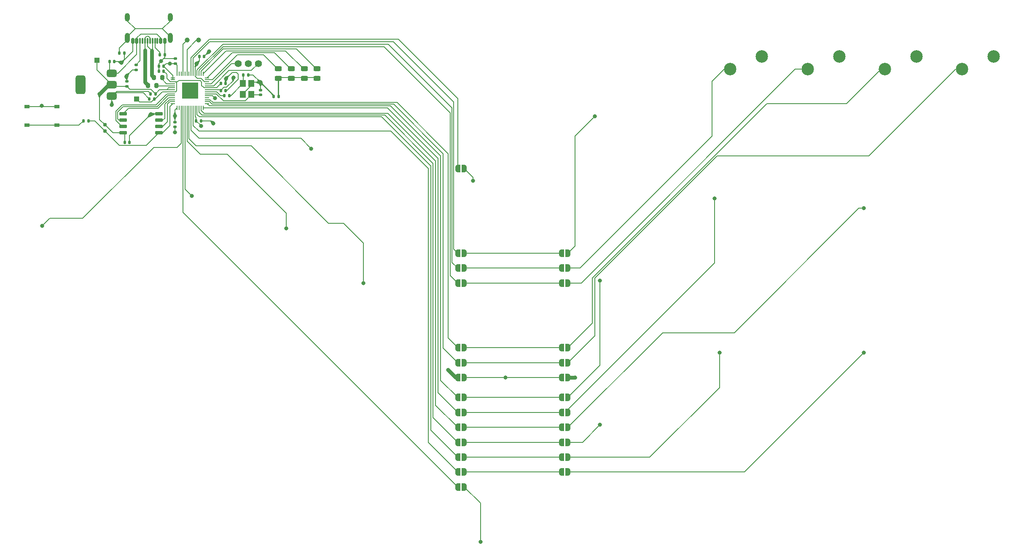
<source format=gtl>
G04 #@! TF.GenerationSoftware,KiCad,Pcbnew,8.0.4*
G04 #@! TF.CreationDate,2024-07-30T01:48:29-07:00*
G04 #@! TF.ProjectId,leverless_controller_3board,6c657665-726c-4657-9373-5f636f6e7472,rev?*
G04 #@! TF.SameCoordinates,Original*
G04 #@! TF.FileFunction,Copper,L1,Top*
G04 #@! TF.FilePolarity,Positive*
%FSLAX46Y46*%
G04 Gerber Fmt 4.6, Leading zero omitted, Abs format (unit mm)*
G04 Created by KiCad (PCBNEW 8.0.4) date 2024-07-30 01:48:29*
%MOMM*%
%LPD*%
G01*
G04 APERTURE LIST*
G04 Aperture macros list*
%AMRoundRect*
0 Rectangle with rounded corners*
0 $1 Rounding radius*
0 $2 $3 $4 $5 $6 $7 $8 $9 X,Y pos of 4 corners*
0 Add a 4 corners polygon primitive as box body*
4,1,4,$2,$3,$4,$5,$6,$7,$8,$9,$2,$3,0*
0 Add four circle primitives for the rounded corners*
1,1,$1+$1,$2,$3*
1,1,$1+$1,$4,$5*
1,1,$1+$1,$6,$7*
1,1,$1+$1,$8,$9*
0 Add four rect primitives between the rounded corners*
20,1,$1+$1,$2,$3,$4,$5,0*
20,1,$1+$1,$4,$5,$6,$7,0*
20,1,$1+$1,$6,$7,$8,$9,0*
20,1,$1+$1,$8,$9,$2,$3,0*%
%AMFreePoly0*
4,1,19,0.500000,-0.750000,0.000000,-0.750000,0.000000,-0.744911,-0.071157,-0.744911,-0.207708,-0.704816,-0.327430,-0.627875,-0.420627,-0.520320,-0.479746,-0.390866,-0.500000,-0.250000,-0.500000,0.250000,-0.479746,0.390866,-0.420627,0.520320,-0.327430,0.627875,-0.207708,0.704816,-0.071157,0.744911,0.000000,0.744911,0.000000,0.750000,0.500000,0.750000,0.500000,-0.750000,0.500000,-0.750000,
$1*%
%AMFreePoly1*
4,1,19,0.000000,0.744911,0.071157,0.744911,0.207708,0.704816,0.327430,0.627875,0.420627,0.520320,0.479746,0.390866,0.500000,0.250000,0.500000,-0.250000,0.479746,-0.390866,0.420627,-0.520320,0.327430,-0.627875,0.207708,-0.704816,0.071157,-0.744911,0.000000,-0.744911,0.000000,-0.750000,-0.500000,-0.750000,-0.500000,0.750000,0.000000,0.750000,0.000000,0.744911,0.000000,0.744911,
$1*%
G04 Aperture macros list end*
G04 #@! TA.AperFunction,ComponentPad*
%ADD10C,0.600000*%
G04 #@! TD*
G04 #@! TA.AperFunction,SMDPad,CuDef*
%ADD11FreePoly0,0.000000*%
G04 #@! TD*
G04 #@! TA.AperFunction,SMDPad,CuDef*
%ADD12FreePoly1,0.000000*%
G04 #@! TD*
G04 #@! TA.AperFunction,SMDPad,CuDef*
%ADD13R,1.200000X1.400000*%
G04 #@! TD*
G04 #@! TA.AperFunction,SMDPad,CuDef*
%ADD14RoundRect,0.243750X0.456250X-0.243750X0.456250X0.243750X-0.456250X0.243750X-0.456250X-0.243750X0*%
G04 #@! TD*
G04 #@! TA.AperFunction,SMDPad,CuDef*
%ADD15RoundRect,0.140000X0.140000X0.170000X-0.140000X0.170000X-0.140000X-0.170000X0.140000X-0.170000X0*%
G04 #@! TD*
G04 #@! TA.AperFunction,ComponentPad*
%ADD16C,2.500000*%
G04 #@! TD*
G04 #@! TA.AperFunction,SMDPad,CuDef*
%ADD17RoundRect,0.140000X-0.140000X-0.170000X0.140000X-0.170000X0.140000X0.170000X-0.140000X0.170000X0*%
G04 #@! TD*
G04 #@! TA.AperFunction,SMDPad,CuDef*
%ADD18R,1.000000X0.750000*%
G04 #@! TD*
G04 #@! TA.AperFunction,SMDPad,CuDef*
%ADD19C,1.000000*%
G04 #@! TD*
G04 #@! TA.AperFunction,SMDPad,CuDef*
%ADD20RoundRect,0.135000X0.135000X0.185000X-0.135000X0.185000X-0.135000X-0.185000X0.135000X-0.185000X0*%
G04 #@! TD*
G04 #@! TA.AperFunction,SMDPad,CuDef*
%ADD21RoundRect,0.135000X-0.135000X-0.185000X0.135000X-0.185000X0.135000X0.185000X-0.135000X0.185000X0*%
G04 #@! TD*
G04 #@! TA.AperFunction,SMDPad,CuDef*
%ADD22RoundRect,0.135000X-0.185000X0.135000X-0.185000X-0.135000X0.185000X-0.135000X0.185000X0.135000X0*%
G04 #@! TD*
G04 #@! TA.AperFunction,SMDPad,CuDef*
%ADD23RoundRect,0.500000X0.500000X1.400000X-0.500000X1.400000X-0.500000X-1.400000X0.500000X-1.400000X0*%
G04 #@! TD*
G04 #@! TA.AperFunction,SMDPad,CuDef*
%ADD24RoundRect,0.375000X0.625000X0.375000X-0.625000X0.375000X-0.625000X-0.375000X0.625000X-0.375000X0*%
G04 #@! TD*
G04 #@! TA.AperFunction,ComponentPad*
%ADD25C,1.400000*%
G04 #@! TD*
G04 #@! TA.AperFunction,SMDPad,CuDef*
%ADD26RoundRect,0.140000X0.170000X-0.140000X0.170000X0.140000X-0.170000X0.140000X-0.170000X-0.140000X0*%
G04 #@! TD*
G04 #@! TA.AperFunction,ComponentPad*
%ADD27R,1.000000X1.000000*%
G04 #@! TD*
G04 #@! TA.AperFunction,SMDPad,CuDef*
%ADD28RoundRect,0.140000X-0.170000X0.140000X-0.170000X-0.140000X0.170000X-0.140000X0.170000X0.140000X0*%
G04 #@! TD*
G04 #@! TA.AperFunction,SMDPad,CuDef*
%ADD29RoundRect,0.200000X-0.200000X-0.275000X0.200000X-0.275000X0.200000X0.275000X-0.200000X0.275000X0*%
G04 #@! TD*
G04 #@! TA.AperFunction,SMDPad,CuDef*
%ADD30RoundRect,0.160000X-0.160000X0.197500X-0.160000X-0.197500X0.160000X-0.197500X0.160000X0.197500X0*%
G04 #@! TD*
G04 #@! TA.AperFunction,SMDPad,CuDef*
%ADD31RoundRect,0.050000X0.050000X-0.387500X0.050000X0.387500X-0.050000X0.387500X-0.050000X-0.387500X0*%
G04 #@! TD*
G04 #@! TA.AperFunction,SMDPad,CuDef*
%ADD32RoundRect,0.050000X0.387500X-0.050000X0.387500X0.050000X-0.387500X0.050000X-0.387500X-0.050000X0*%
G04 #@! TD*
G04 #@! TA.AperFunction,HeatsinkPad*
%ADD33R,3.200000X3.200000*%
G04 #@! TD*
G04 #@! TA.AperFunction,SMDPad,CuDef*
%ADD34RoundRect,0.150000X0.150000X0.420000X-0.150000X0.420000X-0.150000X-0.420000X0.150000X-0.420000X0*%
G04 #@! TD*
G04 #@! TA.AperFunction,SMDPad,CuDef*
%ADD35RoundRect,0.075000X0.075000X0.495000X-0.075000X0.495000X-0.075000X-0.495000X0.075000X-0.495000X0*%
G04 #@! TD*
G04 #@! TA.AperFunction,ComponentPad*
%ADD36O,1.000000X2.000000*%
G04 #@! TD*
G04 #@! TA.AperFunction,ComponentPad*
%ADD37O,1.000000X1.700000*%
G04 #@! TD*
G04 #@! TA.AperFunction,SMDPad,CuDef*
%ADD38RoundRect,0.150000X0.650000X0.150000X-0.650000X0.150000X-0.650000X-0.150000X0.650000X-0.150000X0*%
G04 #@! TD*
G04 #@! TA.AperFunction,ViaPad*
%ADD39C,0.800000*%
G04 #@! TD*
G04 #@! TA.AperFunction,Conductor*
%ADD40C,0.200000*%
G04 #@! TD*
G04 #@! TA.AperFunction,Conductor*
%ADD41C,0.150000*%
G04 #@! TD*
G04 #@! TA.AperFunction,Conductor*
%ADD42C,0.250000*%
G04 #@! TD*
G04 #@! TA.AperFunction,Conductor*
%ADD43C,0.800000*%
G04 #@! TD*
G04 #@! TA.AperFunction,Conductor*
%ADD44C,0.300000*%
G04 #@! TD*
G04 APERTURE END LIST*
D10*
G04 #@! TO.P,,57,GND*
G04 #@! TO.N,GND*
X83700000Y-36840000D03*
G04 #@! TD*
D11*
G04 #@! TO.P,JP1,1,A*
G04 #@! TO.N,GND*
X138430000Y-94500000D03*
D12*
G04 #@! TO.P,JP1,2,B*
X139730000Y-94500000D03*
G04 #@! TD*
D13*
G04 #@! TO.P,Y1,1,1*
G04 #@! TO.N,/Main/XIN*
X96996000Y-37630000D03*
G04 #@! TO.P,Y1,2,2*
G04 #@! TO.N,GND*
X96996000Y-35430000D03*
G04 #@! TO.P,Y1,3,3*
G04 #@! TO.N,Net-(C4-Pad2)*
X95296000Y-35430000D03*
G04 #@! TO.P,Y1,4,4*
G04 #@! TO.N,GND*
X95296000Y-37630000D03*
G04 #@! TD*
D14*
G04 #@! TO.P,D4,1,K*
G04 #@! TO.N,Net-(D1-K)*
X110190000Y-34350000D03*
G04 #@! TO.P,D4,2,A*
G04 #@! TO.N,/Main/P4*
X110190000Y-32475000D03*
G04 #@! TD*
D15*
G04 #@! TO.P,C9,1*
G04 #@! TO.N,+1V1*
X77480000Y-38500000D03*
G04 #@! TO.P,C9,2*
G04 #@! TO.N,GND*
X76520000Y-38500000D03*
G04 #@! TD*
D10*
G04 #@! TO.P,,57,GND*
G04 #@! TO.N,GND*
X85732000Y-36840000D03*
G04 #@! TD*
D15*
G04 #@! TO.P,C7,1*
G04 #@! TO.N,+3.3V*
X79360000Y-31930000D03*
G04 #@! TO.P,C7,2*
G04 #@! TO.N,GND*
X78400000Y-31930000D03*
G04 #@! TD*
D14*
G04 #@! TO.P,D2,1,K*
G04 #@! TO.N,Net-(D1-K)*
X105010000Y-34350000D03*
G04 #@! TO.P,D2,2,A*
G04 #@! TO.N,/Main/P2*
X105010000Y-32475000D03*
G04 #@! TD*
D16*
G04 #@! TO.P,SW11_START1,1,1*
G04 #@! TO.N,/Buttons/S2*
X193190000Y-32540000D03*
G04 #@! TO.P,SW11_START1,2,2*
G04 #@! TO.N,GND*
X199540000Y-30000000D03*
G04 #@! TD*
D17*
G04 #@! TO.P,C8,1*
G04 #@! TO.N,+1V1*
X90840000Y-35430000D03*
G04 #@! TO.P,C8,2*
G04 #@! TO.N,GND*
X91800000Y-35430000D03*
G04 #@! TD*
D18*
G04 #@! TO.P,SW1,1,1*
G04 #@! TO.N,GND*
X51905000Y-40055000D03*
X57905000Y-40055000D03*
G04 #@! TO.P,SW1,2,2*
G04 #@! TO.N,Net-(R5-Pad1)*
X51905000Y-43805000D03*
X57905000Y-43805000D03*
G04 #@! TD*
D11*
G04 #@! TO.P,JP18,1,A*
G04 #@! TO.N,Net-(JP11-B)*
X159275000Y-113500000D03*
D12*
G04 #@! TO.P,JP18,2,B*
G04 #@! TO.N,/Buttons/R2*
X160575000Y-113500000D03*
G04 #@! TD*
D11*
G04 #@! TO.P,JP9,1,A*
G04 #@! TO.N,/Main/L3*
X138430000Y-52500000D03*
D12*
G04 #@! TO.P,JP9,2,B*
G04 #@! TO.N,/Buttons/L3*
X139730000Y-52500000D03*
G04 #@! TD*
D10*
G04 #@! TO.P,,57,GND*
G04 #@! TO.N,GND*
X85732000Y-35824000D03*
G04 #@! TD*
D19*
G04 #@! TO.P,TP4,1,1*
G04 #@! TO.N,Net-(U1-GPIO27_ADC1)*
X84100000Y-26700000D03*
G04 #@! TD*
D10*
G04 #@! TO.P,,57,GND*
G04 #@! TO.N,GND*
X85732000Y-37856000D03*
G04 #@! TD*
D20*
G04 #@! TO.P,R4,1*
G04 #@! TO.N,Net-(C4-Pad2)*
X92590000Y-37856000D03*
G04 #@! TO.P,R4,2*
G04 #@! TO.N,/Main/XOUT*
X91570000Y-37856000D03*
G04 #@! TD*
D14*
G04 #@! TO.P,D1,1,K*
G04 #@! TO.N,Net-(D1-K)*
X102420000Y-34350000D03*
G04 #@! TO.P,D1,2,A*
G04 #@! TO.N,/Main/P1*
X102420000Y-32475000D03*
G04 #@! TD*
D11*
G04 #@! TO.P,JP24,1,A*
G04 #@! TO.N,Net-(JP24-A)*
X159275000Y-91500000D03*
D12*
G04 #@! TO.P,JP24,2,B*
G04 #@! TO.N,/Buttons/A2*
X160575000Y-91500000D03*
G04 #@! TD*
D17*
G04 #@! TO.P,C15,1*
G04 #@! TO.N,+3.3V*
X86520000Y-30000000D03*
G04 #@! TO.P,C15,2*
G04 #@! TO.N,GND*
X87480000Y-30000000D03*
G04 #@! TD*
D11*
G04 #@! TO.P,JP5,1,A*
G04 #@! TO.N,/Main/A2*
X138430000Y-91500000D03*
D12*
G04 #@! TO.P,JP5,2,B*
G04 #@! TO.N,Net-(JP24-A)*
X139730000Y-91500000D03*
G04 #@! TD*
D21*
G04 #@! TO.P,R5,1*
G04 #@! TO.N,Net-(R5-Pad1)*
X63251000Y-42936000D03*
G04 #@! TO.P,R5,2*
G04 #@! TO.N,/Main/QSPI_SS*
X64271000Y-42936000D03*
G04 #@! TD*
D11*
G04 #@! TO.P,JP7,1,A*
G04 #@! TO.N,/Main/R1*
X138430000Y-104500000D03*
D12*
G04 #@! TO.P,JP7,2,B*
G04 #@! TO.N,Net-(JP26-A)*
X139730000Y-104500000D03*
G04 #@! TD*
D22*
G04 #@! TO.P,R2,1*
G04 #@! TO.N,Net-(J1-CC2)*
X73822000Y-31668000D03*
G04 #@! TO.P,R2,2*
G04 #@! TO.N,GND*
X73822000Y-32688000D03*
G04 #@! TD*
D23*
G04 #@! TO.P,U2,*
G04 #@! TO.N,*
X62672000Y-35678000D03*
D24*
G04 #@! TO.P,U2,1,GND*
G04 #@! TO.N,GND*
X68972000Y-37978000D03*
G04 #@! TO.P,U2,2,VO*
G04 #@! TO.N,+3.3V*
X68972000Y-35678000D03*
G04 #@! TO.P,U2,3,VI*
G04 #@! TO.N,VBUS*
X68972000Y-33378000D03*
G04 #@! TD*
D25*
G04 #@! TO.P,J2,1,Pin_1*
G04 #@! TO.N,/Main/SWCLK*
X98380000Y-31430000D03*
G04 #@! TO.P,J2,2,Pin_2*
G04 #@! TO.N,GND*
X96380000Y-31430000D03*
G04 #@! TO.P,J2,3,Pin_3*
G04 #@! TO.N,/Main/SWDIO*
X94380000Y-31430000D03*
G04 #@! TD*
D11*
G04 #@! TO.P,JP4,1,A*
G04 #@! TO.N,/Main/A1*
X138430000Y-88500000D03*
D12*
G04 #@! TO.P,JP4,2,B*
G04 #@! TO.N,Net-(JP23-A)*
X139730000Y-88500000D03*
G04 #@! TD*
D26*
G04 #@! TO.P,C11,1*
G04 #@! TO.N,+3.3V*
X81700000Y-31380000D03*
G04 #@! TO.P,C11,2*
G04 #@! TO.N,GND*
X81700000Y-30420000D03*
G04 #@! TD*
D15*
G04 #@! TO.P,C10,1*
G04 #@! TO.N,+3.3V*
X77730000Y-37500000D03*
G04 #@! TO.P,C10,2*
G04 #@! TO.N,GND*
X76770000Y-37500000D03*
G04 #@! TD*
G04 #@! TO.P,C6,1*
G04 #@! TO.N,+1V1*
X79360000Y-32930000D03*
G04 #@! TO.P,C6,2*
G04 #@! TO.N,GND*
X78400000Y-32930000D03*
G04 #@! TD*
D27*
G04 #@! TO.P,TP1,1,1*
G04 #@! TO.N,+3.3V*
X66000000Y-30750000D03*
G04 #@! TD*
D19*
G04 #@! TO.P,TP3,1,1*
G04 #@! TO.N,Net-(U1-GPIO25)*
X86400000Y-26700000D03*
G04 #@! TD*
D27*
G04 #@! TO.P,TP2,1,1*
G04 #@! TO.N,+1V1*
X73900000Y-38500000D03*
G04 #@! TD*
D28*
G04 #@! TO.P,C12,1*
G04 #@! TO.N,+3.3V*
X81630000Y-43200000D03*
G04 #@! TO.P,C12,2*
G04 #@! TO.N,GND*
X81630000Y-44160000D03*
G04 #@! TD*
G04 #@! TO.P,C3,1*
G04 #@! TO.N,GND*
X98852000Y-36728000D03*
G04 #@! TO.P,C3,2*
G04 #@! TO.N,/Main/XIN*
X98852000Y-37688000D03*
G04 #@! TD*
D11*
G04 #@! TO.P,JP22,1,A*
G04 #@! TO.N,Net-(JP22-A)*
X159275000Y-75500000D03*
D12*
G04 #@! TO.P,JP22,2,B*
G04 #@! TO.N,/Buttons/S1*
X160575000Y-75500000D03*
G04 #@! TD*
D11*
G04 #@! TO.P,JP11,1,A*
G04 #@! TO.N,/Main/R2*
X138430000Y-113500000D03*
D12*
G04 #@! TO.P,JP11,2,B*
G04 #@! TO.N,Net-(JP11-B)*
X139730000Y-113500000D03*
G04 #@! TD*
D10*
G04 #@! TO.P,,57,GND*
G04 #@! TO.N,GND*
X84716000Y-37856000D03*
G04 #@! TD*
D11*
G04 #@! TO.P,JP8,1,A*
G04 #@! TO.N,/Main/B4*
X138430000Y-101500000D03*
D12*
G04 #@! TO.P,JP8,2,B*
G04 #@! TO.N,Net-(JP27-A)*
X139730000Y-101500000D03*
G04 #@! TD*
D29*
G04 #@! TO.P,R7,1*
G04 #@! TO.N,/Main/D-*
X77425000Y-34250000D03*
G04 #@! TO.P,R7,2*
G04 #@! TO.N,Net-(U1-USB_DM)*
X79075000Y-34250000D03*
G04 #@! TD*
D10*
G04 #@! TO.P,,57,GND*
G04 #@! TO.N,GND*
X84716000Y-35824000D03*
G04 #@! TD*
D11*
G04 #@! TO.P,JP27,1,A*
G04 #@! TO.N,Net-(JP27-A)*
X159275000Y-101500000D03*
D12*
G04 #@! TO.P,JP27,2,B*
G04 #@! TO.N,/Buttons/B4*
X160575000Y-101500000D03*
G04 #@! TD*
D30*
G04 #@! TO.P,R6,1*
G04 #@! TO.N,+3.3V*
X67571000Y-43735500D03*
G04 #@! TO.P,R6,2*
G04 #@! TO.N,/Main/QSPI_SS*
X67571000Y-44930500D03*
G04 #@! TD*
D11*
G04 #@! TO.P,JP12,1,A*
G04 #@! TO.N,/Main/B2*
X138430000Y-110500000D03*
D12*
G04 #@! TO.P,JP12,2,B*
G04 #@! TO.N,Net-(JP12-B)*
X139730000Y-110500000D03*
G04 #@! TD*
D10*
G04 #@! TO.P,,57,GND*
G04 #@! TO.N,GND*
X84716000Y-36840000D03*
G04 #@! TD*
D11*
G04 #@! TO.P,JP20,1,A*
G04 #@! TO.N,Net-(JP13-B)*
X159275000Y-107500000D03*
D12*
G04 #@! TO.P,JP20,2,B*
G04 #@! TO.N,/Buttons/B1*
X160575000Y-107500000D03*
G04 #@! TD*
D11*
G04 #@! TO.P,JP21,1,A*
G04 #@! TO.N,Net-(JP2-B)*
X159275000Y-72500000D03*
D12*
G04 #@! TO.P,JP21,2,B*
G04 #@! TO.N,/Buttons/S2*
X160575000Y-72500000D03*
G04 #@! TD*
D11*
G04 #@! TO.P,JP23,1,A*
G04 #@! TO.N,Net-(JP23-A)*
X159275000Y-88500000D03*
D12*
G04 #@! TO.P,JP23,2,B*
G04 #@! TO.N,/Buttons/A1*
X160575000Y-88500000D03*
G04 #@! TD*
D17*
G04 #@! TO.P,C5,1*
G04 #@! TO.N,+3.3V*
X71536000Y-47254000D03*
G04 #@! TO.P,C5,2*
G04 #@! TO.N,GND*
X72496000Y-47254000D03*
G04 #@! TD*
D11*
G04 #@! TO.P,JP25,1,A*
G04 #@! TO.N,Net-(JP25-A)*
X159275000Y-69500000D03*
D12*
G04 #@! TO.P,JP25,2,B*
G04 #@! TO.N,/Buttons/L1*
X160575000Y-69500000D03*
G04 #@! TD*
D14*
G04 #@! TO.P,D3,1,K*
G04 #@! TO.N,Net-(D1-K)*
X107600000Y-34350000D03*
G04 #@! TO.P,D3,2,A*
G04 #@! TO.N,/Main/P3*
X107600000Y-32475000D03*
G04 #@! TD*
D11*
G04 #@! TO.P,JP13,1,A*
G04 #@! TO.N,/Main/B1*
X138430000Y-107500000D03*
D12*
G04 #@! TO.P,JP13,2,B*
G04 #@! TO.N,Net-(JP13-B)*
X139730000Y-107500000D03*
G04 #@! TD*
D17*
G04 #@! TO.P,C13,1*
G04 #@! TO.N,+3.3V*
X85900000Y-42930000D03*
G04 #@! TO.P,C13,2*
G04 #@! TO.N,GND*
X86860000Y-42930000D03*
G04 #@! TD*
D31*
G04 #@! TO.P,U1,1,IOVDD*
G04 #@! TO.N,+3.3V*
X82078000Y-40315500D03*
G04 #@! TO.P,U1,2,GPIO0*
G04 #@! TO.N,unconnected-(U1-GPIO0-Pad2)*
X82478000Y-40315500D03*
G04 #@! TO.P,U1,3,GPIO1*
G04 #@! TO.N,L2*
X82878000Y-40315500D03*
G04 #@! TO.P,U1,4,GPIO2*
G04 #@! TO.N,/Main/SPACE*
X83278000Y-40315500D03*
G04 #@! TO.P,U1,5,GPIO3*
G04 #@! TO.N,LEFT*
X83678000Y-40315500D03*
G04 #@! TO.P,U1,6,GPIO4*
G04 #@! TO.N,DOWN*
X84078000Y-40315500D03*
G04 #@! TO.P,U1,7,GPIO5*
G04 #@! TO.N,RIGHT*
X84478000Y-40315500D03*
G04 #@! TO.P,U1,8,GPIO6*
G04 #@! TO.N,W*
X84878000Y-40315500D03*
G04 #@! TO.P,U1,9,GPIO7*
G04 #@! TO.N,/Main/R2*
X85278000Y-40315500D03*
G04 #@! TO.P,U1,10,IOVDD*
G04 #@! TO.N,+3.3V*
X85678000Y-40315500D03*
G04 #@! TO.P,U1,11,GPIO8*
G04 #@! TO.N,/Main/B2*
X86078000Y-40315500D03*
G04 #@! TO.P,U1,12,GPIO9*
G04 #@! TO.N,/Main/B1*
X86478000Y-40315500D03*
G04 #@! TO.P,U1,13,GPIO10*
G04 #@! TO.N,/Main/R1*
X86878000Y-40315500D03*
G04 #@! TO.P,U1,14,GPIO11*
G04 #@! TO.N,/Main/B4*
X87278000Y-40315500D03*
D32*
G04 #@! TO.P,U1,15,GPIO12*
G04 #@! TO.N,/Main/B3*
X88115500Y-39478000D03*
G04 #@! TO.P,U1,16,GPIO13*
G04 #@! TO.N,/Main/A2*
X88115500Y-39078000D03*
G04 #@! TO.P,U1,17,GPIO14*
G04 #@! TO.N,/Main/A1*
X88115500Y-38678000D03*
G04 #@! TO.P,U1,18,GPIO15*
G04 #@! TO.N,unconnected-(U1-GPIO15-Pad18)*
X88115500Y-38278000D03*
G04 #@! TO.P,U1,19,TESTEN*
G04 #@! TO.N,GND*
X88115500Y-37878000D03*
G04 #@! TO.P,U1,20,XIN*
G04 #@! TO.N,/Main/XIN*
X88115500Y-37478000D03*
G04 #@! TO.P,U1,21,XOUT*
G04 #@! TO.N,/Main/XOUT*
X88115500Y-37078000D03*
G04 #@! TO.P,U1,22,IOVDD*
G04 #@! TO.N,+3.3V*
X88115500Y-36678000D03*
G04 #@! TO.P,U1,23,DVDD*
G04 #@! TO.N,+1V1*
X88115500Y-36278000D03*
G04 #@! TO.P,U1,24,SWCLK*
G04 #@! TO.N,/Main/SWCLK*
X88115500Y-35878000D03*
G04 #@! TO.P,U1,25,SWD*
G04 #@! TO.N,/Main/SWDIO*
X88115500Y-35478000D03*
G04 #@! TO.P,U1,26,RUN*
G04 #@! TO.N,+3.3V*
X88115500Y-35078000D03*
G04 #@! TO.P,U1,27,GPIO16*
G04 #@! TO.N,/Main/P1*
X88115500Y-34678000D03*
G04 #@! TO.P,U1,28,GPIO17*
G04 #@! TO.N,/Main/P2*
X88115500Y-34278000D03*
D31*
G04 #@! TO.P,U1,29,GPIO18*
G04 #@! TO.N,/Main/P3*
X87278000Y-33440500D03*
G04 #@! TO.P,U1,30,GPIO19*
G04 #@! TO.N,/Main/P4*
X86878000Y-33440500D03*
G04 #@! TO.P,U1,31,GPIO20*
G04 #@! TO.N,/Main/S1*
X86478000Y-33440500D03*
G04 #@! TO.P,U1,32,GPIO21*
G04 #@! TO.N,/Main/S2*
X86078000Y-33440500D03*
G04 #@! TO.P,U1,33,IOVDD*
G04 #@! TO.N,+3.3V*
X85678000Y-33440500D03*
G04 #@! TO.P,U1,34,GPIO22*
G04 #@! TO.N,/Main/L1*
X85278000Y-33440500D03*
G04 #@! TO.P,U1,35,GPIO23*
G04 #@! TO.N,/Main/L3*
X84878000Y-33440500D03*
G04 #@! TO.P,U1,36,GPIO24*
G04 #@! TO.N,unconnected-(U1-GPIO24-Pad36)*
X84478000Y-33440500D03*
G04 #@! TO.P,U1,37,GPIO25*
G04 #@! TO.N,Net-(U1-GPIO25)*
X84078000Y-33440500D03*
G04 #@! TO.P,U1,38,GPIO26_ADC0*
G04 #@! TO.N,unconnected-(U1-GPIO26_ADC0-Pad38)*
X83678000Y-33440500D03*
G04 #@! TO.P,U1,39,GPIO27_ADC1*
G04 #@! TO.N,Net-(U1-GPIO27_ADC1)*
X83278000Y-33440500D03*
G04 #@! TO.P,U1,40,GPIO28_ADC2*
G04 #@! TO.N,unconnected-(U1-GPIO28_ADC2-Pad40)*
X82878000Y-33440500D03*
G04 #@! TO.P,U1,41,GPIO29_ADC3*
G04 #@! TO.N,unconnected-(U1-GPIO29_ADC3-Pad41)*
X82478000Y-33440500D03*
G04 #@! TO.P,U1,42,IOVDD*
G04 #@! TO.N,+3.3V*
X82078000Y-33440500D03*
D32*
G04 #@! TO.P,U1,43,ADC_AVDD*
X81240500Y-34278000D03*
G04 #@! TO.P,U1,44,VREG_IN*
X81240500Y-34678000D03*
G04 #@! TO.P,U1,45,VREG_VOUT*
G04 #@! TO.N,+1V1*
X81240500Y-35078000D03*
G04 #@! TO.P,U1,46,USB_DM*
G04 #@! TO.N,Net-(U1-USB_DM)*
X81240500Y-35478000D03*
G04 #@! TO.P,U1,47,USB_DP*
G04 #@! TO.N,Net-(U1-USB_DP)*
X81240500Y-35878000D03*
G04 #@! TO.P,U1,48,USB_VDD*
G04 #@! TO.N,+3.3V*
X81240500Y-36278000D03*
G04 #@! TO.P,U1,49,IOVDD*
X81240500Y-36678000D03*
G04 #@! TO.P,U1,50,DVDD*
G04 #@! TO.N,+1V1*
X81240500Y-37078000D03*
G04 #@! TO.P,U1,51,QSPI_SD3*
G04 #@! TO.N,/Main/QSPI_SD3*
X81240500Y-37478000D03*
G04 #@! TO.P,U1,52,QSPI_SCLK*
G04 #@! TO.N,/Main/QSPI_SCLK*
X81240500Y-37878000D03*
G04 #@! TO.P,U1,53,QSPI_SD0*
G04 #@! TO.N,/Main/QSPI_SD0*
X81240500Y-38278000D03*
G04 #@! TO.P,U1,54,QSPI_SD2*
G04 #@! TO.N,/Main/QSPI_SD2*
X81240500Y-38678000D03*
G04 #@! TO.P,U1,55,QSPI_SD1*
G04 #@! TO.N,/Main/QSPI_SD1*
X81240500Y-39078000D03*
G04 #@! TO.P,U1,56,QSPI_SS*
G04 #@! TO.N,/Main/QSPI_SS*
X81240500Y-39478000D03*
D33*
G04 #@! TO.P,U1,57,GND*
G04 #@! TO.N,GND*
X84678000Y-36878000D03*
G04 #@! TD*
D11*
G04 #@! TO.P,JP6,1,A*
G04 #@! TO.N,/Main/L1*
X138430000Y-69500000D03*
D12*
G04 #@! TO.P,JP6,2,B*
G04 #@! TO.N,Net-(JP25-A)*
X139730000Y-69500000D03*
G04 #@! TD*
D34*
G04 #@! TO.P,J1,A1,GND*
G04 #@! TO.N,GND*
X79580000Y-26865000D03*
G04 #@! TO.P,J1,A4,VBUS*
G04 #@! TO.N,VBUS*
X78780000Y-26865000D03*
D35*
G04 #@! TO.P,J1,A5,CC1*
G04 #@! TO.N,Net-(J1-CC1)*
X77630000Y-26865000D03*
G04 #@! TO.P,J1,A6,D+*
G04 #@! TO.N,/Main/D+*
X76630000Y-26865000D03*
G04 #@! TO.P,J1,A7,D-*
G04 #@! TO.N,/Main/D-*
X76130000Y-26865000D03*
G04 #@! TO.P,J1,A8,SBU1*
G04 #@! TO.N,unconnected-(J1-SBU1-PadA8)*
X75130000Y-26865000D03*
D34*
G04 #@! TO.P,J1,A9,VBUS*
G04 #@! TO.N,VBUS*
X73980000Y-26865000D03*
G04 #@! TO.P,J1,A12,GND*
G04 #@! TO.N,GND*
X73180000Y-26865000D03*
G04 #@! TO.P,J1,B1,GND*
X73180000Y-26865000D03*
G04 #@! TO.P,J1,B4,VBUS*
G04 #@! TO.N,VBUS*
X73980000Y-26865000D03*
D35*
G04 #@! TO.P,J1,B5,CC2*
G04 #@! TO.N,Net-(J1-CC2)*
X74630000Y-26865000D03*
G04 #@! TO.P,J1,B6,D+*
G04 #@! TO.N,/Main/D+*
X75630000Y-26865000D03*
G04 #@! TO.P,J1,B7,D-*
G04 #@! TO.N,/Main/D-*
X77130000Y-26865000D03*
G04 #@! TO.P,J1,B8,SBU2*
G04 #@! TO.N,unconnected-(J1-SBU2-PadB8)*
X78130000Y-26865000D03*
D34*
G04 #@! TO.P,J1,B9,VBUS*
G04 #@! TO.N,VBUS*
X78780000Y-26865000D03*
G04 #@! TO.P,J1,B12,GND*
G04 #@! TO.N,GND*
X79580000Y-26865000D03*
D36*
G04 #@! TO.P,J1,S1,SHIELD*
G04 #@! TO.N,Net-(J1-SHIELD)*
X80700000Y-26295000D03*
D37*
X80700000Y-22100000D03*
D36*
X72060000Y-26295000D03*
D37*
X72060000Y-22100000D03*
G04 #@! TD*
D17*
G04 #@! TO.P,C14,1*
G04 #@! TO.N,+3.3V*
X90840000Y-36840000D03*
G04 #@! TO.P,C14,2*
G04 #@! TO.N,GND*
X91800000Y-36840000D03*
G04 #@! TD*
D11*
G04 #@! TO.P,JP26,1,A*
G04 #@! TO.N,Net-(JP26-A)*
X159275000Y-104500000D03*
D12*
G04 #@! TO.P,JP26,2,B*
G04 #@! TO.N,/Buttons/R1*
X160575000Y-104500000D03*
G04 #@! TD*
D21*
G04 #@! TO.P,R3,1*
G04 #@! TO.N,Net-(J1-CC1)*
X78620000Y-29680000D03*
G04 #@! TO.P,R3,2*
G04 #@! TO.N,GND*
X79640000Y-29680000D03*
G04 #@! TD*
D29*
G04 #@! TO.P,R8,1*
G04 #@! TO.N,/Main/D+*
X76250000Y-35800000D03*
G04 #@! TO.P,R8,2*
G04 #@! TO.N,Net-(U1-USB_DP)*
X77900000Y-35800000D03*
G04 #@! TD*
D11*
G04 #@! TO.P,JP2,1,A*
G04 #@! TO.N,/Main/S2*
X138430000Y-72500000D03*
D12*
G04 #@! TO.P,JP2,2,B*
G04 #@! TO.N,Net-(JP2-B)*
X139730000Y-72500000D03*
G04 #@! TD*
D38*
G04 #@! TO.P,U3,1,~{CS}*
G04 #@! TO.N,/Main/QSPI_SS*
X78410000Y-45349000D03*
G04 #@! TO.P,U3,2,DO(IO1)*
G04 #@! TO.N,/Main/QSPI_SD1*
X78410000Y-44079000D03*
G04 #@! TO.P,U3,3,IO2*
G04 #@! TO.N,/Main/QSPI_SD2*
X78410000Y-42809000D03*
G04 #@! TO.P,U3,4,GND*
G04 #@! TO.N,GND*
X78410000Y-41539000D03*
G04 #@! TO.P,U3,5,DI(IO0)*
G04 #@! TO.N,/Main/QSPI_SD0*
X71210000Y-41539000D03*
G04 #@! TO.P,U3,6,CLK*
G04 #@! TO.N,/Main/QSPI_SCLK*
X71210000Y-42809000D03*
G04 #@! TO.P,U3,7,IO3*
G04 #@! TO.N,/Main/QSPI_SD3*
X71210000Y-44079000D03*
G04 #@! TO.P,U3,8,VCC*
G04 #@! TO.N,+3.3V*
X71210000Y-45349000D03*
G04 #@! TD*
D11*
G04 #@! TO.P,JP19,1,A*
G04 #@! TO.N,Net-(JP12-B)*
X159275000Y-110500000D03*
D12*
G04 #@! TO.P,JP19,2,B*
G04 #@! TO.N,/Buttons/B2*
X160575000Y-110500000D03*
G04 #@! TD*
D16*
G04 #@! TO.P,SW10_SHARE1,1,1*
G04 #@! TO.N,/Buttons/S1*
X208690000Y-32540000D03*
G04 #@! TO.P,SW10_SHARE1,2,2*
G04 #@! TO.N,GND*
X215040000Y-30000000D03*
G04 #@! TD*
D20*
G04 #@! TO.P,R9,1*
G04 #@! TO.N,Net-(D1-K)*
X102510000Y-38000000D03*
G04 #@! TO.P,R9,2*
G04 #@! TO.N,GND*
X101490000Y-38000000D03*
G04 #@! TD*
D10*
G04 #@! TO.P,,57,GND*
G04 #@! TO.N,GND*
X83700000Y-37856000D03*
G04 #@! TD*
D17*
G04 #@! TO.P,C1,1*
G04 #@! TO.N,VBUS*
X68520000Y-31000000D03*
G04 #@! TO.P,C1,2*
G04 #@! TO.N,GND*
X69480000Y-31000000D03*
G04 #@! TD*
D11*
G04 #@! TO.P,JP14,1,A*
G04 #@! TO.N,/Main/SPACE*
X138430000Y-116500000D03*
D12*
G04 #@! TO.P,JP14,2,B*
G04 #@! TO.N,/Buttons/SPACE*
X139730000Y-116500000D03*
G04 #@! TD*
D11*
G04 #@! TO.P,JP17,1,A*
G04 #@! TO.N,Net-(JP10-B)*
X159275000Y-98500000D03*
D12*
G04 #@! TO.P,JP17,2,B*
G04 #@! TO.N,/Buttons/B3*
X160575000Y-98500000D03*
G04 #@! TD*
D10*
G04 #@! TO.P,,57,GND*
G04 #@! TO.N,GND*
X83700000Y-35824000D03*
G04 #@! TD*
D11*
G04 #@! TO.P,JP10,1,A*
G04 #@! TO.N,/Main/B3*
X138430000Y-98500000D03*
D12*
G04 #@! TO.P,JP10,2,B*
G04 #@! TO.N,Net-(JP10-B)*
X139730000Y-98500000D03*
G04 #@! TD*
D11*
G04 #@! TO.P,JP3,1,A*
G04 #@! TO.N,/Main/S1*
X138430000Y-75500000D03*
D12*
G04 #@! TO.P,JP3,2,B*
G04 #@! TO.N,Net-(JP22-A)*
X139730000Y-75500000D03*
G04 #@! TD*
D11*
G04 #@! TO.P,JP15,1,A*
G04 #@! TO.N,GND*
X159275000Y-94500000D03*
D12*
G04 #@! TO.P,JP15,2,B*
X160575000Y-94500000D03*
G04 #@! TD*
D26*
G04 #@! TO.P,C2,1*
G04 #@! TO.N,+3.3V*
X72000000Y-35980000D03*
G04 #@! TO.P,C2,2*
G04 #@! TO.N,GND*
X72000000Y-35020000D03*
G04 #@! TD*
D15*
G04 #@! TO.P,C4,1*
G04 #@! TO.N,GND*
X96360000Y-33680000D03*
G04 #@! TO.P,C4,2*
G04 #@! TO.N,Net-(C4-Pad2)*
X95400000Y-33680000D03*
G04 #@! TD*
D16*
G04 #@! TO.P,SW15_TOUCHPAD1,1,1*
G04 #@! TO.N,/Buttons/A2*
X239690000Y-32540000D03*
G04 #@! TO.P,SW15_TOUCHPAD1,2,2*
G04 #@! TO.N,GND*
X246040000Y-30000000D03*
G04 #@! TD*
D21*
G04 #@! TO.P,R1,1*
G04 #@! TO.N,Net-(J1-SHIELD)*
X70490000Y-29347000D03*
G04 #@! TO.P,R1,2*
G04 #@! TO.N,GND*
X71510000Y-29347000D03*
G04 #@! TD*
D16*
G04 #@! TO.P,SW14_PS1,1,1*
G04 #@! TO.N,/Buttons/A1*
X224190000Y-32540000D03*
G04 #@! TO.P,SW14_PS1,2,2*
G04 #@! TO.N,GND*
X230540000Y-30000000D03*
G04 #@! TD*
D39*
G04 #@! TO.N,GND*
X89380000Y-43430000D03*
X88500000Y-29000000D03*
X76778500Y-41602500D03*
X71880000Y-33930000D03*
X81668000Y-45222000D03*
X136500000Y-93000000D03*
X70873000Y-31252000D03*
X89669000Y-38364000D03*
X148000000Y-94500000D03*
X91880000Y-34430000D03*
X162000000Y-94500000D03*
X54880000Y-39930000D03*
X78880000Y-30930000D03*
X68968000Y-39761000D03*
X98813000Y-35189000D03*
G04 #@! TO.N,+3.3V*
X66500000Y-37500000D03*
X81630000Y-41930000D03*
X93380000Y-34180000D03*
X80630000Y-31430000D03*
X86880000Y-43930000D03*
X86000000Y-31430000D03*
G04 #@! TO.N,/Buttons/L3*
X141500000Y-55000000D03*
G04 #@! TO.N,/Buttons/L1*
X166000000Y-42000000D03*
G04 #@! TO.N,/Buttons/R1*
X220000000Y-60500000D03*
G04 #@! TO.N,/Buttons/B4*
X190000000Y-58500000D03*
G04 #@! TO.N,/Buttons/B3*
X167000000Y-75000000D03*
G04 #@! TO.N,/Buttons/R2*
X220000000Y-89500000D03*
G04 #@! TO.N,/Buttons/B2*
X191000000Y-89500000D03*
G04 #@! TO.N,/Buttons/B1*
X167000000Y-104000000D03*
G04 #@! TO.N,/Buttons/SPACE*
X143000000Y-127500000D03*
G04 #@! TO.N,DOWN*
X104000000Y-64500000D03*
G04 #@! TO.N,RIGHT*
X119500000Y-75500000D03*
G04 #@! TO.N,LEFT*
X85000000Y-58000000D03*
G04 #@! TO.N,L2*
X55000000Y-64000000D03*
G04 #@! TO.N,W*
X109000000Y-48500000D03*
G04 #@! TD*
D40*
G04 #@! TO.N,VBUS*
X73980000Y-26862590D02*
X73980000Y-27315000D01*
X73980000Y-26295001D02*
X74745001Y-25530000D01*
X68520000Y-32926000D02*
X68972000Y-33378000D01*
X69302000Y-33048000D02*
X68972000Y-33378000D01*
X70172000Y-33378000D02*
X73980000Y-29570000D01*
X78780000Y-26280000D02*
X78780000Y-26865000D01*
X73980000Y-26865000D02*
X73980000Y-26295001D01*
X68972000Y-33378000D02*
X70172000Y-33378000D01*
X74745001Y-25530000D02*
X78030000Y-25530000D01*
X73980000Y-29570000D02*
X73980000Y-27400000D01*
X78780000Y-27315000D02*
X78780000Y-26745001D01*
X78030000Y-25530000D02*
X78780000Y-26280000D01*
X68520000Y-31000000D02*
X68520000Y-32926000D01*
D41*
G04 #@! TO.N,GND*
X139730000Y-94500000D02*
X159275000Y-94500000D01*
D40*
X78400000Y-31930000D02*
X78400000Y-31410000D01*
X79580000Y-27400000D02*
X79580000Y-29370000D01*
X88500000Y-29000000D02*
X88480000Y-29000000D01*
X91800000Y-36840000D02*
X92079999Y-36840000D01*
X81668000Y-44198000D02*
X81630000Y-44160000D01*
X95296000Y-37630000D02*
X95296000Y-37530000D01*
X68968000Y-39761000D02*
X68968000Y-37982000D01*
X86860000Y-42930000D02*
X88880000Y-42930000D01*
X95296000Y-37530000D02*
X96996000Y-35830000D01*
X81700000Y-30420000D02*
X79390000Y-30420000D01*
X91800000Y-34510000D02*
X91880000Y-34430000D01*
X95296000Y-37630000D02*
X95296000Y-37730000D01*
X69950000Y-37000000D02*
X68972000Y-37978000D01*
X76270000Y-37000000D02*
X69950000Y-37000000D01*
X70621000Y-31000000D02*
X70873000Y-31252000D01*
X98852000Y-35228000D02*
X98813000Y-35189000D01*
X68968000Y-37982000D02*
X68972000Y-37978000D01*
D42*
X101490000Y-37866000D02*
X98813000Y-35189000D01*
D40*
X88115500Y-37878000D02*
X89183000Y-37878000D01*
X79640000Y-29680000D02*
X79640000Y-30170000D01*
X94007975Y-33188000D02*
X93122000Y-33188000D01*
X76778500Y-41602500D02*
X76842000Y-41539000D01*
X69480000Y-31000000D02*
X70621000Y-31000000D01*
X72000000Y-35020000D02*
X72000000Y-34050000D01*
D41*
X54880000Y-39930000D02*
X55005000Y-40055000D01*
D40*
X91800000Y-35430000D02*
X91800000Y-34510000D01*
X76520000Y-38500000D02*
X75320000Y-37300000D01*
X97304000Y-33680000D02*
X96360000Y-33680000D01*
X69650000Y-37300000D02*
X68972000Y-37978000D01*
X89183000Y-37878000D02*
X89669000Y-38364000D01*
X78400000Y-31410000D02*
X78880000Y-30930000D01*
D43*
X84640000Y-36840000D02*
X84678000Y-36878000D01*
D40*
X71510000Y-30615000D02*
X70873000Y-31252000D01*
X75320000Y-37300000D02*
X69650000Y-37300000D01*
X79640000Y-30170000D02*
X78880000Y-30930000D01*
X92079999Y-36840000D02*
X94380000Y-34539999D01*
X71510000Y-29347000D02*
X71510000Y-30615000D01*
X78400000Y-32930000D02*
X78400000Y-31930000D01*
X76770000Y-37500000D02*
X76270000Y-37000000D01*
X71880000Y-33930000D02*
X73122000Y-32688000D01*
X88480000Y-29000000D02*
X87480000Y-30000000D01*
X97237000Y-35189000D02*
X96996000Y-35430000D01*
D41*
X54755000Y-40055000D02*
X54880000Y-39930000D01*
D40*
X98852000Y-36728000D02*
X98852000Y-35228000D01*
X88880000Y-42930000D02*
X89380000Y-43430000D01*
D42*
X101490000Y-38000000D02*
X101490000Y-37866000D01*
D43*
X162000000Y-94500000D02*
X160575000Y-94500000D01*
D40*
X96996000Y-35830000D02*
X96996000Y-35430000D01*
D43*
X138000000Y-94500000D02*
X136500000Y-93000000D01*
D40*
X81668000Y-45222000D02*
X81668000Y-44198000D01*
X94380000Y-33560025D02*
X94007975Y-33188000D01*
D43*
X138430000Y-94500000D02*
X138000000Y-94500000D01*
D40*
X79390000Y-30420000D02*
X78880000Y-30930000D01*
D41*
X51905000Y-40055000D02*
X54755000Y-40055000D01*
D40*
X73180000Y-28945000D02*
X73180000Y-27400000D01*
X98813000Y-35189000D02*
X97237000Y-35189000D01*
X94380000Y-34539999D02*
X94380000Y-33560025D01*
D41*
X55005000Y-40055000D02*
X57905000Y-40055000D01*
D40*
X76778500Y-41602500D02*
X72496000Y-45885000D01*
X93122000Y-33188000D02*
X91880000Y-34430000D01*
X72000000Y-34050000D02*
X71880000Y-33930000D01*
X70873000Y-31252000D02*
X73180000Y-28945000D01*
D43*
X84716000Y-36840000D02*
X84640000Y-36840000D01*
D40*
X72496000Y-45885000D02*
X72496000Y-47254000D01*
X76842000Y-41539000D02*
X78410000Y-41539000D01*
X98813000Y-35189000D02*
X97304000Y-33680000D01*
X79580000Y-29370000D02*
X79640000Y-29430000D01*
X73122000Y-32688000D02*
X73822000Y-32688000D01*
D43*
X84716000Y-36916000D02*
X84716000Y-36840000D01*
D40*
G04 #@! TO.N,+3.3V*
X68972000Y-35678000D02*
X66000000Y-32706000D01*
X81630000Y-42968000D02*
X81862000Y-43200000D01*
X86520000Y-30000000D02*
X86520000Y-30910000D01*
X87581640Y-35078000D02*
X88115500Y-35078000D01*
X81700000Y-31400000D02*
X82078000Y-31778000D01*
X91500000Y-36180000D02*
X90840000Y-36840000D01*
X77730000Y-37500000D02*
X76830000Y-36600000D01*
X69090000Y-35796000D02*
X68972000Y-35678000D01*
X86520000Y-30910000D02*
X86000000Y-31430000D01*
X86911640Y-34408000D02*
X87581640Y-35078000D01*
X82078000Y-31778000D02*
X82078000Y-33440500D01*
X78552000Y-36678000D02*
X80000000Y-36678000D01*
X81240500Y-36678000D02*
X80000000Y-36678000D01*
X90840000Y-36840000D02*
X90678000Y-36678000D01*
X80630000Y-31430000D02*
X79860000Y-31430000D01*
X93380000Y-34786134D02*
X91986134Y-36180000D01*
X67571000Y-43735500D02*
X69184500Y-45349000D01*
X66500000Y-42664500D02*
X66500000Y-37500000D01*
X77730000Y-37500000D02*
X78552000Y-36678000D01*
X81630000Y-41930000D02*
X81630000Y-42968000D01*
X81240500Y-34678000D02*
X81240500Y-34278000D01*
X69632000Y-35980000D02*
X72000000Y-35980000D01*
X69184500Y-45349000D02*
X71210000Y-45349000D01*
X76830000Y-36600000D02*
X72620000Y-36600000D01*
X85678000Y-33440500D02*
X85678000Y-33974360D01*
D44*
X69204000Y-35910000D02*
X68972000Y-35678000D01*
D40*
X85678000Y-31752000D02*
X85678000Y-33440500D01*
X81700000Y-31380000D02*
X80680000Y-31380000D01*
X80400000Y-36278000D02*
X80000000Y-36678000D01*
X81700000Y-31380000D02*
X81700000Y-31400000D01*
X71536000Y-45675000D02*
X71536000Y-47254000D01*
X71210000Y-45349000D02*
X71536000Y-45675000D01*
X93380000Y-34180000D02*
X93380000Y-34786134D01*
X81240500Y-34678000D02*
X81240500Y-33810500D01*
X79860000Y-31430000D02*
X79360000Y-31930000D01*
X81630000Y-41930000D02*
X81630000Y-40763500D01*
X68972000Y-35678000D02*
X69330000Y-35678000D01*
X66000000Y-32706000D02*
X66000000Y-30750000D01*
X86111640Y-34408000D02*
X86911640Y-34408000D01*
X86000000Y-31430000D02*
X85678000Y-31752000D01*
X80680000Y-31380000D02*
X80630000Y-31430000D01*
X72620000Y-36600000D02*
X72000000Y-35980000D01*
X86880000Y-43910000D02*
X85900000Y-42930000D01*
X86880000Y-43930000D02*
X86880000Y-43910000D01*
X85678000Y-42026000D02*
X85678000Y-40315500D01*
X91986134Y-36180000D02*
X91500000Y-36180000D01*
X85678000Y-33974360D02*
X86111640Y-34408000D01*
X81240500Y-33810500D02*
X79360000Y-31930000D01*
D43*
X68972000Y-35678000D02*
X68322000Y-35678000D01*
D40*
X85900000Y-42930000D02*
X85900000Y-42248000D01*
X81630000Y-40763500D02*
X82078000Y-40315500D01*
X90678000Y-36678000D02*
X88115500Y-36678000D01*
X69330000Y-35678000D02*
X69632000Y-35980000D01*
D43*
X68322000Y-35678000D02*
X66500000Y-37500000D01*
D40*
X85900000Y-42248000D02*
X85678000Y-42026000D01*
X67571000Y-43735500D02*
X66500000Y-42664500D01*
X81240500Y-36278000D02*
X80400000Y-36278000D01*
D41*
G04 #@! TO.N,Net-(C4-Pad2)*
X92870000Y-37856000D02*
X92590000Y-37856000D01*
X95296000Y-35430000D02*
X92870000Y-37856000D01*
X95400000Y-35326000D02*
X95296000Y-35430000D01*
X95400000Y-33930000D02*
X95400000Y-35326000D01*
D40*
G04 #@! TO.N,Net-(J1-SHIELD)*
X80700000Y-26280000D02*
X80700000Y-26030000D01*
X70490000Y-29347000D02*
X70490000Y-28265000D01*
X72060000Y-22830000D02*
X73660000Y-24430000D01*
X72060000Y-22100000D02*
X72060000Y-22830000D01*
X79100000Y-24430000D02*
X73660000Y-24430000D01*
X72060000Y-26030000D02*
X72060000Y-26280000D01*
X80700000Y-22100000D02*
X80700000Y-22830000D01*
X80700000Y-22830000D02*
X79100000Y-24430000D01*
X70490000Y-28265000D02*
X72060000Y-26695000D01*
X80700000Y-26030000D02*
X79100000Y-24430000D01*
X73660000Y-24430000D02*
X72060000Y-26030000D01*
G04 #@! TO.N,Net-(J1-CC2)*
X73822000Y-31668000D02*
X74630000Y-30860000D01*
X74630000Y-30860000D02*
X74630000Y-27400000D01*
D41*
G04 #@! TO.N,Net-(J1-CC1)*
X78620000Y-29680000D02*
X78620000Y-29170000D01*
X78620000Y-29170000D02*
X77630000Y-28180000D01*
X77630000Y-28180000D02*
X77630000Y-27400000D01*
G04 #@! TO.N,Net-(U1-GPIO25)*
X86400000Y-26700000D02*
X86000000Y-26700000D01*
X84078000Y-28622000D02*
X84078000Y-33440500D01*
X86000000Y-26700000D02*
X84078000Y-28622000D01*
G04 #@! TO.N,Net-(U1-GPIO27_ADC1)*
X83278000Y-33440500D02*
X83278000Y-27522000D01*
X83278000Y-27522000D02*
X84100000Y-26700000D01*
D40*
G04 #@! TO.N,+1V1*
X74510000Y-39110000D02*
X73900000Y-38500000D01*
X81774360Y-37078000D02*
X81240500Y-37078000D01*
X81978000Y-36874360D02*
X81774360Y-37078000D01*
X77480000Y-38500000D02*
X77666134Y-38500000D01*
X80706640Y-35078000D02*
X80000000Y-34371360D01*
X80000000Y-34371360D02*
X80000000Y-33570000D01*
X81240500Y-35078000D02*
X80706640Y-35078000D01*
X81774360Y-35078000D02*
X81978000Y-35281640D01*
X81240500Y-35078000D02*
X81774360Y-35078000D01*
X77480000Y-38500000D02*
X76870000Y-39110000D01*
X81978000Y-35281640D02*
X81978000Y-36874360D01*
X87459640Y-36278000D02*
X88115500Y-36278000D01*
X87002000Y-35820360D02*
X87459640Y-36278000D01*
X77666134Y-38500000D02*
X79088134Y-37078000D01*
X86682000Y-34808000D02*
X87002000Y-35128000D01*
X89992000Y-36278000D02*
X90840000Y-35430000D01*
X82430000Y-34808000D02*
X86682000Y-34808000D01*
X79088134Y-37078000D02*
X81240500Y-37078000D01*
X80000000Y-33570000D02*
X79360000Y-32930000D01*
X82160000Y-35078000D02*
X82430000Y-34808000D01*
X76870000Y-39110000D02*
X74510000Y-39110000D01*
X88115500Y-36278000D02*
X89992000Y-36278000D01*
X81240500Y-35078000D02*
X82160000Y-35078000D01*
X87002000Y-35128000D02*
X87002000Y-35820360D01*
D41*
G04 #@! TO.N,Net-(R5-Pad1)*
X63245000Y-42930000D02*
X63251000Y-42936000D01*
X57905000Y-43805000D02*
X51905000Y-43805000D01*
X57905000Y-43805000D02*
X62382000Y-43805000D01*
X62382000Y-43805000D02*
X63251000Y-42936000D01*
D40*
G04 #@! TO.N,Net-(U1-USB_DM)*
X81240500Y-35478000D02*
X79988000Y-35478000D01*
X79988000Y-35478000D02*
X79010000Y-34500000D01*
G04 #@! TO.N,Net-(U1-USB_DP)*
X81240500Y-35878000D02*
X77978000Y-35878000D01*
X77978000Y-35878000D02*
X77900000Y-35800000D01*
X78028000Y-35878000D02*
X77900000Y-35750000D01*
D41*
G04 #@! TO.N,/Main/XIN*
X95746000Y-38880000D02*
X91339026Y-38880000D01*
X97180000Y-37630000D02*
X97238000Y-37688000D01*
X89937026Y-37478000D02*
X88115500Y-37478000D01*
X91339026Y-38880000D02*
X89937026Y-37478000D01*
X97238000Y-37688000D02*
X98852000Y-37688000D01*
X96996000Y-37630000D02*
X95746000Y-38880000D01*
X96996000Y-37630000D02*
X97180000Y-37630000D01*
G04 #@! TO.N,/Main/XOUT*
X90810000Y-37856000D02*
X90032000Y-37078000D01*
X90032000Y-37078000D02*
X88115500Y-37078000D01*
X91570000Y-37856000D02*
X90810000Y-37856000D01*
G04 #@! TO.N,/Main/QSPI_SS*
X64271000Y-42936000D02*
X65576500Y-42936000D01*
X65576500Y-42936000D02*
X67571000Y-44930500D01*
X70479500Y-47839000D02*
X75920000Y-47839000D01*
X78410000Y-45349000D02*
X79209999Y-45349000D01*
X80652000Y-40066500D02*
X81240500Y-39478000D01*
X80652000Y-43906999D02*
X80652000Y-40066500D01*
X79209999Y-45349000D02*
X80652000Y-43906999D01*
X67571000Y-44930500D02*
X70479500Y-47839000D01*
X75920000Y-47839000D02*
X78410000Y-45349000D01*
D40*
G04 #@! TO.N,/Main/D-*
X77130000Y-26880000D02*
X77130000Y-28781880D01*
X76130000Y-27781880D02*
X76130000Y-26880000D01*
D43*
X76994470Y-33819470D02*
X77425000Y-34250000D01*
X76994470Y-28781880D02*
X76994470Y-33819470D01*
D40*
X76994470Y-28781880D02*
X76130000Y-27917410D01*
X76130000Y-27917410D02*
X76130000Y-27315000D01*
X77130000Y-28781880D02*
X76994470Y-28781880D01*
G04 #@! TO.N,/Main/D+*
X76630000Y-26252590D02*
X76307410Y-25930000D01*
X75952590Y-25930000D02*
X75630000Y-26252590D01*
X75630000Y-26252590D02*
X75630000Y-28680000D01*
X76307410Y-25930000D02*
X75952590Y-25930000D01*
D43*
X75630000Y-35130000D02*
X75630000Y-28680000D01*
X76250000Y-35750000D02*
X75630000Y-35130000D01*
D40*
X76630000Y-26880000D02*
X76630000Y-26252590D01*
D41*
G04 #@! TO.N,/Main/SWCLK*
X92497000Y-32813000D02*
X89432000Y-35878000D01*
X96997000Y-32813000D02*
X92497000Y-32813000D01*
X89432000Y-35878000D02*
X88115500Y-35878000D01*
X98380000Y-31430000D02*
X96997000Y-32813000D01*
G04 #@! TO.N,/Main/SWDIO*
X92970000Y-31430000D02*
X94380000Y-31430000D01*
X88115500Y-35478000D02*
X88922000Y-35478000D01*
X88922000Y-35478000D02*
X92970000Y-31430000D01*
G04 #@! TO.N,/Main/QSPI_SD3*
X77818016Y-39696000D02*
X71065000Y-39696000D01*
X81240500Y-37478000D02*
X80036016Y-37478000D01*
X69785000Y-40976000D02*
X69785000Y-42864000D01*
X69785000Y-42864000D02*
X71000000Y-44079000D01*
X71000000Y-44079000D02*
X71210000Y-44079000D01*
X71065000Y-39696000D02*
X69785000Y-40976000D01*
X80036016Y-37478000D02*
X77818016Y-39696000D01*
G04 #@! TO.N,/Main/QSPI_SCLK*
X78075042Y-40046000D02*
X71223000Y-40046000D01*
X70410001Y-42809000D02*
X71210000Y-42809000D01*
X80243042Y-37878000D02*
X78075042Y-40046000D01*
X70135000Y-41134000D02*
X70135000Y-42533999D01*
X71223000Y-40046000D02*
X70135000Y-41134000D01*
X70135000Y-42533999D02*
X70410001Y-42809000D01*
X81240500Y-37878000D02*
X80243042Y-37878000D01*
G04 #@! TO.N,/Main/QSPI_SD0*
X80338016Y-38278000D02*
X81240500Y-38278000D01*
X78220016Y-40396000D02*
X80338016Y-38278000D01*
X71210000Y-41539000D02*
X72353000Y-40396000D01*
X72353000Y-40396000D02*
X78220016Y-40396000D01*
G04 #@! TO.N,/Main/QSPI_SD2*
X78410000Y-42809000D02*
X79209999Y-42809000D01*
X80534000Y-38678000D02*
X81240500Y-38678000D01*
X79209999Y-42809000D02*
X79630000Y-42388999D01*
X79630000Y-42388999D02*
X79630000Y-39582000D01*
X79630000Y-39582000D02*
X80534000Y-38678000D01*
G04 #@! TO.N,/Main/QSPI_SD1*
X80144000Y-39562974D02*
X80628974Y-39078000D01*
X79209999Y-44079000D02*
X80144000Y-43144999D01*
X78410000Y-44079000D02*
X79209999Y-44079000D01*
X80628974Y-39078000D02*
X81240500Y-39078000D01*
X80144000Y-43144999D02*
X80144000Y-39562974D01*
D42*
G04 #@! TO.N,Net-(D1-K)*
X102420000Y-34437500D02*
X102420000Y-37910000D01*
D40*
X102420000Y-34200000D02*
X110190000Y-34200000D01*
D42*
X102420000Y-37910000D02*
X102510000Y-38000000D01*
D41*
G04 #@! TO.N,/Buttons/L3*
X139730000Y-52500000D02*
X141500000Y-54270000D01*
X141500000Y-54270000D02*
X141500000Y-55000000D01*
G04 #@! TO.N,/Buttons/S2*
X160575000Y-72500000D02*
X163000000Y-72500000D01*
X191960000Y-32540000D02*
X193190000Y-32540000D01*
X189500000Y-35000000D02*
X191960000Y-32540000D01*
X163000000Y-72500000D02*
X189500000Y-46000000D01*
X189500000Y-46000000D02*
X189500000Y-35000000D01*
G04 #@! TO.N,/Buttons/S1*
X163258061Y-75500000D02*
X160575000Y-75500000D01*
X206218061Y-32540000D02*
X163258061Y-75500000D01*
X208690000Y-32540000D02*
X206218061Y-32540000D01*
G04 #@! TO.N,/Buttons/A1*
X165500000Y-74505026D02*
X200505026Y-39500000D01*
X223460000Y-32540000D02*
X224190000Y-32540000D01*
X165500000Y-83575000D02*
X165500000Y-74505026D01*
X200505026Y-39500000D02*
X216500000Y-39500000D01*
X216500000Y-39500000D02*
X223460000Y-32540000D01*
X160575000Y-88500000D02*
X165500000Y-83575000D01*
X224190000Y-32540000D02*
X222960000Y-32540000D01*
G04 #@! TO.N,/Buttons/A2*
X166000000Y-74500000D02*
X166000000Y-86075000D01*
X239690000Y-32540000D02*
X238460000Y-32540000D01*
X166000000Y-86075000D02*
X160575000Y-91500000D01*
X238460000Y-32540000D02*
X221000000Y-50000000D01*
X221000000Y-50000000D02*
X190500000Y-50000000D01*
X190500000Y-50000000D02*
X166000000Y-74500000D01*
G04 #@! TO.N,/Buttons/L1*
X162000000Y-68075000D02*
X162000000Y-46000000D01*
X160575000Y-69500000D02*
X162000000Y-68075000D01*
X162000000Y-46000000D02*
X166000000Y-42000000D01*
G04 #@! TO.N,/Buttons/R1*
X179575000Y-85500000D02*
X194000000Y-85500000D01*
X219000000Y-60500000D02*
X220000000Y-60500000D01*
X160575000Y-104500000D02*
X179575000Y-85500000D01*
X194000000Y-85500000D02*
X219000000Y-60500000D01*
G04 #@! TO.N,/Buttons/B4*
X160575000Y-101500000D02*
X160575000Y-100925000D01*
X160575000Y-100925000D02*
X190000000Y-71500000D01*
X190000000Y-71500000D02*
X190000000Y-58500000D01*
G04 #@! TO.N,/Buttons/B3*
X167000000Y-92075000D02*
X167000000Y-75000000D01*
X160575000Y-98500000D02*
X167000000Y-92075000D01*
G04 #@! TO.N,/Buttons/R2*
X196000000Y-113500000D02*
X220000000Y-89500000D01*
X160575000Y-113500000D02*
X196000000Y-113500000D01*
G04 #@! TO.N,/Buttons/B2*
X191000000Y-96500000D02*
X191000000Y-89500000D01*
X160575000Y-110500000D02*
X177000000Y-110500000D01*
X177000000Y-110500000D02*
X191000000Y-96500000D01*
G04 #@! TO.N,/Buttons/B1*
X167000000Y-104000000D02*
X163500000Y-107500000D01*
X163500000Y-107500000D02*
X160575000Y-107500000D01*
G04 #@! TO.N,/Buttons/SPACE*
X143000000Y-119770000D02*
X139730000Y-116500000D01*
X143000000Y-127500000D02*
X143000000Y-119770000D01*
G04 #@! TO.N,/Main/S2*
X91259335Y-27500000D02*
X124500000Y-27500000D01*
X137294909Y-71364909D02*
X138430000Y-72500000D01*
X124500000Y-27500000D02*
X137294909Y-40294909D01*
X86078000Y-32681335D02*
X91259335Y-27500000D01*
X86078000Y-33440500D02*
X86078000Y-32681335D01*
X137294909Y-40294909D02*
X137294909Y-71364909D01*
G04 #@! TO.N,/Main/S1*
X91254310Y-28000000D02*
X123610632Y-28000000D01*
X136944909Y-41334277D02*
X136944909Y-74014909D01*
X86478000Y-33440500D02*
X86478000Y-32776310D01*
X123610632Y-28000000D02*
X136944909Y-41334277D01*
X86478000Y-32776310D02*
X91254310Y-28000000D01*
X136944909Y-74014909D02*
X138430000Y-75500000D01*
G04 #@! TO.N,/Main/A1*
X126230000Y-39230000D02*
X89260980Y-39230000D01*
X138430000Y-88500000D02*
X136500000Y-86570000D01*
X89260980Y-39230000D02*
X88708980Y-38678000D01*
X136500000Y-86570000D02*
X136500000Y-49500000D01*
X136500000Y-49500000D02*
X126230000Y-39230000D01*
X88708980Y-38678000D02*
X88115500Y-38678000D01*
G04 #@! TO.N,/Main/A2*
X135500000Y-88570000D02*
X135500000Y-49500000D01*
X88614006Y-39078000D02*
X88115500Y-39078000D01*
X125580000Y-39580000D02*
X89116006Y-39580000D01*
X89116006Y-39580000D02*
X88614006Y-39078000D01*
X138430000Y-91500000D02*
X135500000Y-88570000D01*
X135500000Y-49500000D02*
X125580000Y-39580000D01*
G04 #@! TO.N,/Main/L1*
X137644909Y-39144909D02*
X137644909Y-68714909D01*
X85278000Y-30341220D02*
X88619220Y-27000000D01*
X125500000Y-27000000D02*
X137644909Y-39144909D01*
X85278000Y-33440500D02*
X85278000Y-30341220D01*
X88619220Y-27000000D02*
X125500000Y-27000000D01*
X137644909Y-68714909D02*
X138430000Y-69500000D01*
G04 #@! TO.N,/Main/R1*
X138430000Y-104500000D02*
X134000000Y-100070000D01*
X134000000Y-100070000D02*
X134000000Y-51000000D01*
X124430000Y-41430000D02*
X87493994Y-41430000D01*
X87493994Y-41430000D02*
X86878000Y-40814006D01*
X134000000Y-51000000D02*
X124430000Y-41430000D01*
X86878000Y-40814006D02*
X86878000Y-40315500D01*
G04 #@! TO.N,/Main/B4*
X138430000Y-101500000D02*
X134500000Y-97570000D01*
X124315500Y-40315500D02*
X87278000Y-40315500D01*
X134500000Y-97570000D02*
X134500000Y-50500000D01*
X134500000Y-50500000D02*
X124315500Y-40315500D01*
G04 #@! TO.N,/Main/L3*
X84878000Y-30246245D02*
X88624245Y-26500000D01*
X84878000Y-33440500D02*
X84878000Y-30246245D01*
X126500000Y-26500000D02*
X138430000Y-38430000D01*
X138430000Y-38430000D02*
X138430000Y-52500000D01*
X88624245Y-26500000D02*
X126500000Y-26500000D01*
G04 #@! TO.N,/Main/B3*
X124930000Y-39930000D02*
X88567500Y-39930000D01*
X135000000Y-50000000D02*
X124930000Y-39930000D01*
X135000000Y-95070000D02*
X135000000Y-50000000D01*
X138430000Y-98500000D02*
X135000000Y-95070000D01*
X88567500Y-39930000D02*
X88115500Y-39478000D01*
G04 #@! TO.N,/Main/R2*
X125000000Y-45000000D02*
X86450000Y-45000000D01*
X132500000Y-52500000D02*
X125000000Y-45000000D01*
X138430000Y-113500000D02*
X132500000Y-107570000D01*
X132500000Y-107570000D02*
X132500000Y-52500000D01*
X86450000Y-45000000D02*
X85278000Y-43828000D01*
X85278000Y-43828000D02*
X85278000Y-40315500D01*
G04 #@! TO.N,/Main/B2*
X86580000Y-42130000D02*
X86078000Y-41628000D01*
X133000000Y-105070000D02*
X133000000Y-52000000D01*
X86078000Y-41628000D02*
X86078000Y-40315500D01*
X133000000Y-52000000D02*
X123130000Y-42130000D01*
X123130000Y-42130000D02*
X86580000Y-42130000D01*
X138430000Y-110500000D02*
X133000000Y-105070000D01*
G04 #@! TO.N,/Main/B1*
X86478000Y-41171003D02*
X86478000Y-40315500D01*
X133500000Y-51500000D02*
X123780000Y-41780000D01*
X138430000Y-107500000D02*
X133500000Y-102570000D01*
X123780000Y-41780000D02*
X87086997Y-41780000D01*
X87086997Y-41780000D02*
X86478000Y-41171003D01*
X133500000Y-102570000D02*
X133500000Y-51500000D01*
G04 #@! TO.N,/Main/SPACE*
X83278000Y-61250000D02*
X83278000Y-40315500D01*
X138430000Y-116500000D02*
X83278000Y-61348000D01*
X83278000Y-61278000D02*
X83278000Y-61250000D01*
X83278000Y-61348000D02*
X83278000Y-61250000D01*
G04 #@! TO.N,DOWN*
X104000000Y-64500000D02*
X104000000Y-61500000D01*
X92128000Y-49628000D02*
X86696750Y-49628000D01*
X104000000Y-61500000D02*
X92128000Y-49628000D01*
X84078000Y-47009250D02*
X84078000Y-40315500D01*
X86696750Y-49628000D02*
X84078000Y-47009250D01*
G04 #@! TO.N,RIGHT*
X119500000Y-67500000D02*
X115500000Y-63500000D01*
X115500000Y-63500000D02*
X112500000Y-63500000D01*
X84478000Y-46528000D02*
X84478000Y-40315500D01*
X85880000Y-47930000D02*
X84478000Y-46528000D01*
X112500000Y-63500000D02*
X96930000Y-47930000D01*
X119500000Y-75500000D02*
X119500000Y-67500000D01*
X96930000Y-47930000D02*
X85880000Y-47930000D01*
G04 #@! TO.N,LEFT*
X85000000Y-58000000D02*
X83678000Y-56678000D01*
X83678000Y-56678000D02*
X83678000Y-40315500D01*
G04 #@! TO.N,L2*
X63141696Y-62500000D02*
X77371696Y-48270000D01*
X55000000Y-64000000D02*
X56500000Y-62500000D01*
X82040000Y-48270000D02*
X82878000Y-47432000D01*
X77371696Y-48270000D02*
X82040000Y-48270000D01*
X56500000Y-62500000D02*
X63141696Y-62500000D01*
X82878000Y-47432000D02*
X82878000Y-40315500D01*
G04 #@! TO.N,W*
X106930000Y-46430000D02*
X86498750Y-46430000D01*
X86498750Y-46430000D02*
X84878000Y-44809250D01*
X84878000Y-44809250D02*
X84878000Y-40315500D01*
X109000000Y-48500000D02*
X106930000Y-46430000D01*
G04 #@! TO.N,Net-(JP2-B)*
X159275000Y-72500000D02*
X139730000Y-72500000D01*
G04 #@! TO.N,Net-(JP22-A)*
X139730000Y-75500000D02*
X159275000Y-75500000D01*
G04 #@! TO.N,Net-(JP23-A)*
X159275000Y-88500000D02*
X139730000Y-88500000D01*
G04 #@! TO.N,Net-(JP24-A)*
X159275000Y-91500000D02*
X139730000Y-91500000D01*
G04 #@! TO.N,Net-(JP25-A)*
X139730000Y-69500000D02*
X159275000Y-69500000D01*
G04 #@! TO.N,Net-(JP26-A)*
X159275000Y-104500000D02*
X139730000Y-104500000D01*
G04 #@! TO.N,Net-(JP27-A)*
X139730000Y-101500000D02*
X159275000Y-101500000D01*
G04 #@! TO.N,Net-(JP10-B)*
X159275000Y-98500000D02*
X139730000Y-98500000D01*
G04 #@! TO.N,Net-(JP11-B)*
X139730000Y-113500000D02*
X159275000Y-113500000D01*
G04 #@! TO.N,Net-(JP12-B)*
X159275000Y-110500000D02*
X139730000Y-110500000D01*
G04 #@! TO.N,Net-(JP13-B)*
X139730000Y-107500000D02*
X159275000Y-107500000D01*
D40*
G04 #@! TO.N,/Main/P1*
X89144336Y-34678000D02*
X88115500Y-34678000D01*
X102420000Y-32625000D02*
X99456168Y-29661168D01*
X94161168Y-29661168D02*
X89144336Y-34678000D01*
X99456168Y-29661168D02*
X94161168Y-29661168D01*
G04 #@! TO.N,/Main/P2*
X93132332Y-29261168D02*
X88115500Y-34278000D01*
X101646168Y-29261168D02*
X93132332Y-29261168D01*
X105010000Y-32625000D02*
X101646168Y-29261168D01*
G04 #@! TO.N,/Main/P3*
X91857332Y-28861168D02*
X87278000Y-33440500D01*
X103836168Y-28861168D02*
X91857332Y-28861168D01*
X107600000Y-32625000D02*
X103836168Y-28861168D01*
G04 #@! TO.N,/Main/P4*
X86878000Y-32906640D02*
X86878000Y-33440500D01*
X110190000Y-32625000D02*
X106026168Y-28461168D01*
X106026168Y-28461168D02*
X91323472Y-28461168D01*
X91323472Y-28461168D02*
X86878000Y-32906640D01*
G04 #@! TD*
G04 #@! TA.AperFunction,Conductor*
G04 #@! TO.N,+3.3V*
G36*
X81730473Y-41133427D02*
G01*
X81733000Y-41137200D01*
X81995053Y-41766129D01*
X81995072Y-41775084D01*
X81988755Y-41781428D01*
X81634502Y-41929123D01*
X81625548Y-41929144D01*
X81625498Y-41929123D01*
X81271244Y-41781428D01*
X81264926Y-41775081D01*
X81264945Y-41766131D01*
X81527000Y-41137199D01*
X81533345Y-41130881D01*
X81537800Y-41130000D01*
X81722200Y-41130000D01*
X81730473Y-41133427D01*
G37*
G04 #@! TD.AperFunction*
G04 #@! TD*
G04 #@! TA.AperFunction,Conductor*
G04 #@! TO.N,+3.3V*
G36*
X93736502Y-34327632D02*
G01*
X93742820Y-34333979D01*
X93742799Y-34342933D01*
X93741767Y-34344873D01*
X93321524Y-34981954D01*
X93314108Y-34986973D01*
X93305315Y-34985279D01*
X93303484Y-34983785D01*
X93174246Y-34854547D01*
X93171348Y-34849753D01*
X93014122Y-34344873D01*
X93013621Y-34343262D01*
X93014433Y-34334345D01*
X93020302Y-34328979D01*
X93376211Y-34181159D01*
X93385163Y-34181151D01*
X93736502Y-34327632D01*
G37*
G04 #@! TD.AperFunction*
G04 #@! TD*
G04 #@! TA.AperFunction,Conductor*
G04 #@! TO.N,GND*
G36*
X92237483Y-34578041D02*
G01*
X92243801Y-34584388D01*
X92243780Y-34593342D01*
X92243216Y-34594509D01*
X91903341Y-35208056D01*
X91896334Y-35213633D01*
X91893106Y-35214087D01*
X91708702Y-35214087D01*
X91700429Y-35210660D01*
X91697497Y-35205753D01*
X91513483Y-34593177D01*
X91514384Y-34584268D01*
X91520183Y-34579013D01*
X91875500Y-34430875D01*
X91884449Y-34430855D01*
X92237483Y-34578041D01*
G37*
G04 #@! TD.AperFunction*
G04 #@! TD*
G04 #@! TA.AperFunction,Conductor*
G04 #@! TO.N,GND*
G36*
X92376717Y-33796592D02*
G01*
X92380490Y-33799119D01*
X92510880Y-33929509D01*
X92514307Y-33937782D01*
X92513426Y-33942237D01*
X92254005Y-34572256D01*
X92247686Y-34578601D01*
X92238734Y-34578621D01*
X91883804Y-34432563D01*
X91877457Y-34426245D01*
X91877436Y-34426195D01*
X91731378Y-34071265D01*
X91731399Y-34062311D01*
X91737742Y-34055994D01*
X92367764Y-33796573D01*
X92376717Y-33796592D01*
G37*
G04 #@! TD.AperFunction*
G04 #@! TD*
G04 #@! TA.AperFunction,Conductor*
G04 #@! TO.N,GND*
G36*
X98664428Y-34830244D02*
G01*
X98812123Y-35184498D01*
X98812144Y-35193452D01*
X98812123Y-35193502D01*
X98664428Y-35547755D01*
X98658081Y-35554073D01*
X98649129Y-35554053D01*
X98020200Y-35291999D01*
X98013881Y-35285654D01*
X98013000Y-35281199D01*
X98013000Y-35096800D01*
X98016427Y-35088527D01*
X98020200Y-35086000D01*
X98649131Y-34823945D01*
X98658084Y-34823927D01*
X98664428Y-34830244D01*
G37*
G04 #@! TD.AperFunction*
G04 #@! TD*
G04 #@! TA.AperFunction,Conductor*
G04 #@! TO.N,GND*
G36*
X76774695Y-41599936D02*
G01*
X76781042Y-41606254D01*
X76781063Y-41606304D01*
X76927121Y-41961234D01*
X76927100Y-41970188D01*
X76920756Y-41976505D01*
X76290737Y-42235926D01*
X76281782Y-42235907D01*
X76278009Y-42233380D01*
X76147619Y-42102990D01*
X76144192Y-42094717D01*
X76145072Y-42090266D01*
X76404494Y-41460242D01*
X76410813Y-41453898D01*
X76419764Y-41453878D01*
X76774695Y-41599936D01*
G37*
G04 #@! TD.AperFunction*
G04 #@! TD*
G04 #@! TA.AperFunction,Conductor*
G04 #@! TO.N,GND*
G36*
X98325233Y-34555572D02*
G01*
X98893944Y-34789747D01*
X98955256Y-34814994D01*
X98961601Y-34821313D01*
X98961621Y-34830265D01*
X98815563Y-35185195D01*
X98809245Y-35191542D01*
X98809195Y-35191563D01*
X98454265Y-35337621D01*
X98445311Y-35337600D01*
X98438994Y-35331256D01*
X98378851Y-35185195D01*
X98179573Y-34701235D01*
X98179592Y-34692282D01*
X98182116Y-34688512D01*
X98312510Y-34558118D01*
X98320782Y-34554692D01*
X98325233Y-34555572D01*
G37*
G04 #@! TD.AperFunction*
G04 #@! TD*
G04 #@! TA.AperFunction,Conductor*
G04 #@! TO.N,GND*
G36*
X72376717Y-33296592D02*
G01*
X72380490Y-33299119D01*
X72510880Y-33429509D01*
X72514307Y-33437782D01*
X72513426Y-33442237D01*
X72254005Y-34072256D01*
X72247686Y-34078601D01*
X72238734Y-34078621D01*
X71883804Y-33932563D01*
X71877457Y-33926245D01*
X71877436Y-33926195D01*
X71731378Y-33571265D01*
X71731399Y-33562311D01*
X71737742Y-33555994D01*
X72367764Y-33296573D01*
X72376717Y-33296592D01*
G37*
G04 #@! TD.AperFunction*
G04 #@! TD*
G04 #@! TA.AperFunction,Conductor*
G04 #@! TO.N,+3.3V*
G36*
X66858755Y-37648571D02*
G01*
X66865073Y-37654918D01*
X66865053Y-37663870D01*
X66603000Y-38292800D01*
X66596655Y-38299119D01*
X66592200Y-38300000D01*
X66407800Y-38300000D01*
X66399527Y-38296573D01*
X66397000Y-38292800D01*
X66134945Y-37663868D01*
X66134927Y-37654915D01*
X66141242Y-37648572D01*
X66495500Y-37500875D01*
X66504449Y-37500855D01*
X66858755Y-37648571D01*
G37*
G04 #@! TD.AperFunction*
G04 #@! TD*
G04 #@! TA.AperFunction,Conductor*
G04 #@! TO.N,GND*
G36*
X72240350Y-34079236D02*
G01*
X72246668Y-34085583D01*
X72247225Y-34092766D01*
X72102153Y-34697162D01*
X72096890Y-34704407D01*
X72090776Y-34706131D01*
X71906484Y-34706131D01*
X71898211Y-34702704D01*
X71896563Y-34700634D01*
X71517759Y-34094767D01*
X71516279Y-34085935D01*
X71521477Y-34078643D01*
X71523171Y-34077768D01*
X71875500Y-33930875D01*
X71884449Y-33930855D01*
X72240350Y-34079236D01*
G37*
G04 #@! TD.AperFunction*
G04 #@! TD*
G04 #@! TA.AperFunction,Conductor*
G04 #@! TO.N,+3.3V*
G36*
X81988755Y-42078571D02*
G01*
X81995073Y-42084918D01*
X81995053Y-42093870D01*
X81733000Y-42722800D01*
X81726655Y-42729119D01*
X81722200Y-42730000D01*
X81537800Y-42730000D01*
X81529527Y-42726573D01*
X81527000Y-42722800D01*
X81264945Y-42093868D01*
X81264927Y-42084915D01*
X81271242Y-42078572D01*
X81625500Y-41930875D01*
X81634449Y-41930855D01*
X81988755Y-42078571D01*
G37*
G04 #@! TD.AperFunction*
G04 #@! TD*
G04 #@! TA.AperFunction,Conductor*
G04 #@! TO.N,GND*
G36*
X99170459Y-35337031D02*
G01*
X99172267Y-35337785D01*
X99178585Y-35344132D01*
X99178771Y-35352554D01*
X98954788Y-35973512D01*
X98948757Y-35980131D01*
X98943782Y-35981242D01*
X98759344Y-35981242D01*
X98751071Y-35977815D01*
X98748807Y-35974628D01*
X98448820Y-35353202D01*
X98448310Y-35344262D01*
X98454271Y-35337579D01*
X98454848Y-35337320D01*
X98808500Y-35189875D01*
X98817449Y-35189855D01*
X99170459Y-35337031D01*
G37*
G04 #@! TD.AperFunction*
G04 #@! TD*
G04 #@! TA.AperFunction,Conductor*
G04 #@! TO.N,GND*
G36*
X99181044Y-35040253D02*
G01*
X99187206Y-35046239D01*
X99463747Y-35658928D01*
X99464027Y-35667878D01*
X99461356Y-35672014D01*
X99296014Y-35837356D01*
X99287741Y-35840783D01*
X99282928Y-35839747D01*
X98670239Y-35563206D01*
X98664108Y-35556679D01*
X98664232Y-35548090D01*
X98810437Y-35192802D01*
X98816753Y-35186457D01*
X99172090Y-35040232D01*
X99181044Y-35040253D01*
G37*
G04 #@! TD.AperFunction*
G04 #@! TD*
G04 #@! TA.AperFunction,Conductor*
G04 #@! TO.N,+3.3V*
G36*
X86003405Y-31432418D02*
G01*
X86003435Y-31432447D01*
X86012242Y-31441285D01*
X86273399Y-31703366D01*
X86276811Y-31711646D01*
X86273370Y-31719913D01*
X86272192Y-31720939D01*
X85894728Y-32007887D01*
X85793899Y-32084538D01*
X85781139Y-32094238D01*
X85774058Y-32096624D01*
X85590093Y-32096624D01*
X85581820Y-32093197D01*
X85578393Y-32084924D01*
X85578399Y-32084538D01*
X85590432Y-31719913D01*
X85599627Y-31441283D01*
X85603325Y-31433129D01*
X85611290Y-31429971D01*
X85995124Y-31429012D01*
X86003405Y-31432418D01*
G37*
G04 #@! TD.AperFunction*
G04 #@! TD*
G04 #@! TA.AperFunction,Conductor*
G04 #@! TO.N,+3.3V*
G36*
X86611945Y-30848817D02*
G01*
X86615372Y-30857090D01*
X86614751Y-30860851D01*
X86373558Y-31571271D01*
X86367653Y-31578004D01*
X86358718Y-31578589D01*
X86358027Y-31578330D01*
X86004503Y-31432853D01*
X85998156Y-31426535D01*
X85998141Y-31426500D01*
X85851542Y-31071619D01*
X85851551Y-31062666D01*
X85857889Y-31056340D01*
X85858207Y-31056214D01*
X86418012Y-30846135D01*
X86422123Y-30845390D01*
X86603672Y-30845390D01*
X86611945Y-30848817D01*
G37*
G04 #@! TD.AperFunction*
G04 #@! TD*
G04 #@! TA.AperFunction,Conductor*
G04 #@! TO.N,GND*
G36*
X77557785Y-41436373D02*
G01*
X77564593Y-41442189D01*
X77565869Y-41447501D01*
X77565869Y-41631928D01*
X77562442Y-41640201D01*
X77559608Y-41642287D01*
X76942891Y-41966109D01*
X76933973Y-41966921D01*
X76927093Y-41961189D01*
X76926653Y-41960252D01*
X76779375Y-41606999D01*
X76779355Y-41598050D01*
X76927421Y-41242905D01*
X76933767Y-41236589D01*
X76941833Y-41236281D01*
X77557785Y-41436373D01*
G37*
G04 #@! TD.AperFunction*
G04 #@! TD*
G04 #@! TA.AperFunction,Conductor*
G04 #@! TO.N,GND*
G36*
X71369717Y-30618592D02*
G01*
X71373490Y-30621119D01*
X71503880Y-30751509D01*
X71507307Y-30759782D01*
X71506426Y-30764237D01*
X71247005Y-31394256D01*
X71240686Y-31400601D01*
X71231734Y-31400621D01*
X70876804Y-31254563D01*
X70870457Y-31248245D01*
X70870436Y-31248195D01*
X70724378Y-30893265D01*
X70724399Y-30884311D01*
X70730742Y-30877994D01*
X71360764Y-30618573D01*
X71369717Y-30618592D01*
G37*
G04 #@! TD.AperFunction*
G04 #@! TD*
G04 #@! TA.AperFunction,Conductor*
G04 #@! TO.N,GND*
G36*
X88802258Y-42834680D02*
G01*
X89520831Y-43056666D01*
X89527723Y-43062381D01*
X89528556Y-43071297D01*
X89528197Y-43072296D01*
X89382853Y-43425496D01*
X89376535Y-43431843D01*
X89376500Y-43431858D01*
X89021347Y-43578570D01*
X89012392Y-43578561D01*
X89006066Y-43572223D01*
X88787957Y-43032107D01*
X88787106Y-43027726D01*
X88787106Y-42845860D01*
X88790533Y-42837587D01*
X88798806Y-42834160D01*
X88802258Y-42834680D01*
G37*
G04 #@! TD.AperFunction*
G04 #@! TD*
G04 #@! TA.AperFunction,Conductor*
G04 #@! TO.N,GND*
G36*
X88141077Y-28851300D02*
G01*
X88496195Y-28997436D01*
X88502542Y-29003754D01*
X88502563Y-29003804D01*
X88648531Y-29358515D01*
X88648510Y-29367469D01*
X88642163Y-29373787D01*
X88641948Y-29373873D01*
X88004127Y-29621643D01*
X87995174Y-29621444D01*
X87991617Y-29619010D01*
X87861212Y-29488605D01*
X87857785Y-29480332D01*
X87858745Y-29475691D01*
X87905510Y-29367469D01*
X88125888Y-28857478D01*
X88132314Y-28851245D01*
X88141077Y-28851300D01*
G37*
G04 #@! TD.AperFunction*
G04 #@! TD*
G04 #@! TA.AperFunction,Conductor*
G04 #@! TO.N,GND*
G36*
X71369717Y-30618592D02*
G01*
X71373490Y-30621119D01*
X71503880Y-30751509D01*
X71507307Y-30759782D01*
X71506426Y-30764237D01*
X71247005Y-31394256D01*
X71240686Y-31400601D01*
X71231734Y-31400621D01*
X70876804Y-31254563D01*
X70870457Y-31248245D01*
X70870436Y-31248195D01*
X70724378Y-30893265D01*
X70724399Y-30884311D01*
X70730742Y-30877994D01*
X71360764Y-30618573D01*
X71369717Y-30618592D01*
G37*
G04 #@! TD.AperFunction*
G04 #@! TD*
G04 #@! TA.AperFunction,Conductor*
G04 #@! TO.N,GND*
G36*
X70869022Y-30855706D02*
G01*
X70873004Y-30863727D01*
X70873031Y-30864494D01*
X70873987Y-31247124D01*
X70870581Y-31255405D01*
X70870546Y-31255441D01*
X70598569Y-31526460D01*
X70590289Y-31529872D01*
X70582022Y-31526431D01*
X70581900Y-31526306D01*
X70172838Y-31103401D01*
X70169548Y-31095267D01*
X70169548Y-30910928D01*
X70172975Y-30902655D01*
X70180449Y-30899256D01*
X70860536Y-30852850D01*
X70869022Y-30855706D01*
G37*
G04 #@! TD.AperFunction*
G04 #@! TD*
G04 #@! TA.AperFunction,Conductor*
G04 #@! TO.N,GND*
G36*
X69068473Y-38964427D02*
G01*
X69071000Y-38968200D01*
X69333053Y-39597129D01*
X69333072Y-39606084D01*
X69326755Y-39612428D01*
X68972502Y-39760123D01*
X68963548Y-39760144D01*
X68963498Y-39760123D01*
X68609244Y-39612428D01*
X68602926Y-39606081D01*
X68602945Y-39597131D01*
X68865000Y-38968199D01*
X68871345Y-38961881D01*
X68875800Y-38961000D01*
X69060200Y-38961000D01*
X69068473Y-38964427D01*
G37*
G04 #@! TD.AperFunction*
G04 #@! TD*
M02*

</source>
